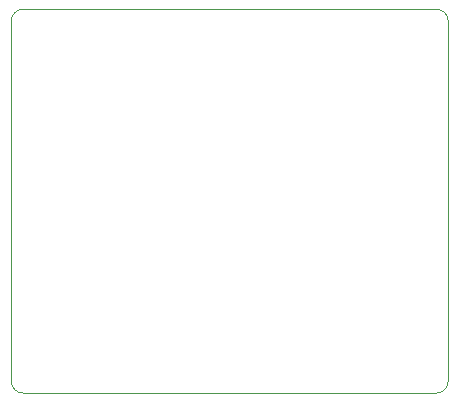
<source format=gbr>
%TF.GenerationSoftware,KiCad,Pcbnew,9.0.6*%
%TF.CreationDate,2026-02-27T13:09:19-08:00*%
%TF.ProjectId,C3_GestureDriver,43335f47-6573-4747-9572-654472697665,rev?*%
%TF.SameCoordinates,Original*%
%TF.FileFunction,Profile,NP*%
%FSLAX46Y46*%
G04 Gerber Fmt 4.6, Leading zero omitted, Abs format (unit mm)*
G04 Created by KiCad (PCBNEW 9.0.6) date 2026-02-27 13:09:19*
%MOMM*%
%LPD*%
G01*
G04 APERTURE LIST*
%TA.AperFunction,Profile*%
%ADD10C,0.050000*%
%TD*%
G04 APERTURE END LIST*
D10*
X51000000Y-150000000D02*
G75*
G02*
X50000000Y-149000000I0J1000000D01*
G01*
X51000000Y-117500000D02*
X86000000Y-117500000D01*
X87000000Y-149000000D02*
G75*
G02*
X86000000Y-150000000I-1000000J0D01*
G01*
X87000000Y-118500000D02*
X87000000Y-149000000D01*
X50000000Y-149000000D02*
X50000000Y-118500000D01*
X86000000Y-117500000D02*
G75*
G02*
X87000000Y-118500000I0J-1000000D01*
G01*
X50000000Y-118500000D02*
G75*
G02*
X51000000Y-117500000I1000000J0D01*
G01*
X86000000Y-150000000D02*
X51000000Y-150000000D01*
M02*

</source>
